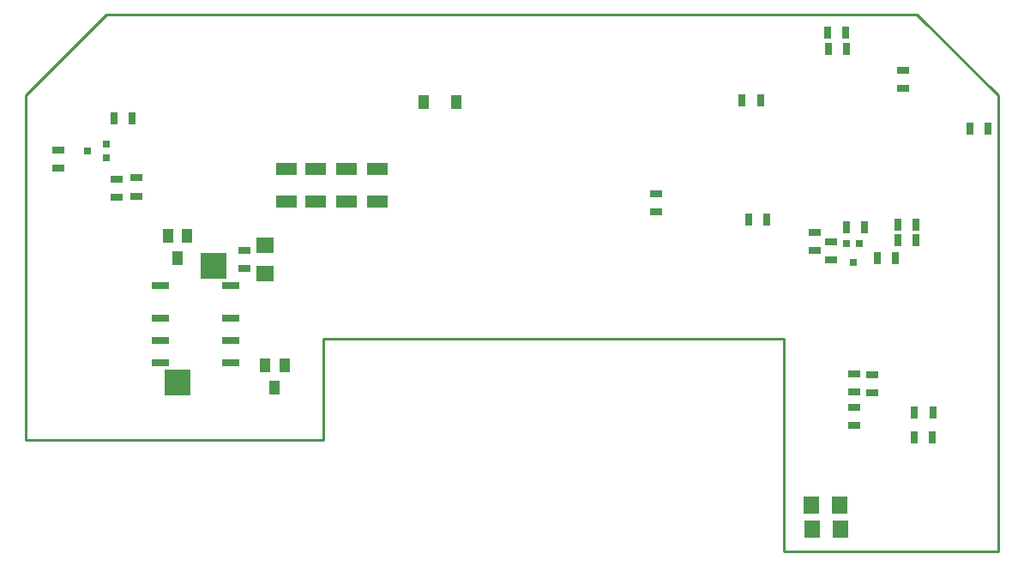
<source format=gbp>
G04 EAGLE Gerber RS-274X export*
G75*
%MOMM*%
%FSLAX34Y34*%
%LPD*%
%INBottom Paste*%
%IPPOS*%
%AMOC8*
5,1,8,0,0,1.08239X$1,22.5*%
G01*
%ADD10R,0.800000X1.200000*%
%ADD11R,1.200000X0.800000*%
%ADD12R,0.700000X0.700000*%
%ADD13R,1.600000X1.800000*%
%ADD14R,2.000000X1.200000*%
%ADD15R,1.000000X1.400000*%
%ADD16R,1.800000X0.800000*%
%ADD17R,2.500000X2.500000*%
%ADD18R,1.800000X1.600000*%
%ADD19R,1.114600X1.361200*%
%ADD20C,0.254000*%


D10*
X828277Y210058D03*
X810277Y210058D03*
D11*
X817880Y13860D03*
X817880Y31860D03*
X817880Y46880D03*
X817880Y64880D03*
D10*
X879077Y212598D03*
X861077Y212598D03*
D11*
X779399Y204707D03*
X779399Y186707D03*
X795401Y177817D03*
X795401Y195817D03*
D10*
X858757Y179578D03*
X840757Y179578D03*
X879077Y197358D03*
X861077Y197358D03*
D12*
X810237Y193908D03*
X823237Y193908D03*
X816737Y175408D03*
D10*
X877206Y2413D03*
X895206Y2413D03*
D13*
X776321Y-88138D03*
X804321Y-88138D03*
D11*
X89662Y239666D03*
X89662Y257666D03*
X109347Y240555D03*
X109347Y258555D03*
D14*
X317119Y235079D03*
X317119Y267079D03*
X286639Y235079D03*
X286639Y267079D03*
X347218Y235587D03*
X347218Y267587D03*
X257429Y235079D03*
X257429Y267079D03*
D15*
X246001Y51741D03*
X255501Y73741D03*
X236501Y73741D03*
D10*
X950324Y306832D03*
X932324Y306832D03*
D11*
X866140Y346600D03*
X866140Y364600D03*
D10*
X725280Y335280D03*
X707280Y335280D03*
D16*
X202640Y152300D03*
X132640Y152300D03*
X202640Y120300D03*
X132640Y120300D03*
X202640Y98300D03*
X132640Y98300D03*
X202640Y76300D03*
X132640Y76300D03*
D17*
X185140Y171800D03*
X150140Y56800D03*
D11*
X215900Y186800D03*
X215900Y168800D03*
D15*
X149860Y179500D03*
X159360Y201500D03*
X140360Y201500D03*
D18*
X236220Y163800D03*
X236220Y191800D03*
D11*
X622300Y224680D03*
X622300Y242680D03*
D10*
X731630Y217170D03*
X713630Y217170D03*
D13*
X775940Y-64770D03*
X803940Y-64770D03*
D11*
X835660Y46372D03*
X835660Y64372D03*
D10*
X895460Y26670D03*
X877460Y26670D03*
D12*
X79500Y291710D03*
X79500Y278710D03*
X61000Y285210D03*
D11*
X32300Y268000D03*
X32300Y286000D03*
D10*
X105400Y317240D03*
X87400Y317240D03*
X810160Y385670D03*
X792160Y385670D03*
X791880Y402100D03*
X809880Y402100D03*
D19*
X393256Y333800D03*
X425264Y333800D03*
D20*
X0Y0D02*
X293500Y0D01*
X293500Y100000D01*
X748100Y100000D01*
X748100Y-110000D01*
X960000Y-110000D01*
X960000Y340000D01*
X880028Y419972D01*
X79972Y419972D01*
X0Y340000D01*
X0Y0D01*
M02*

</source>
